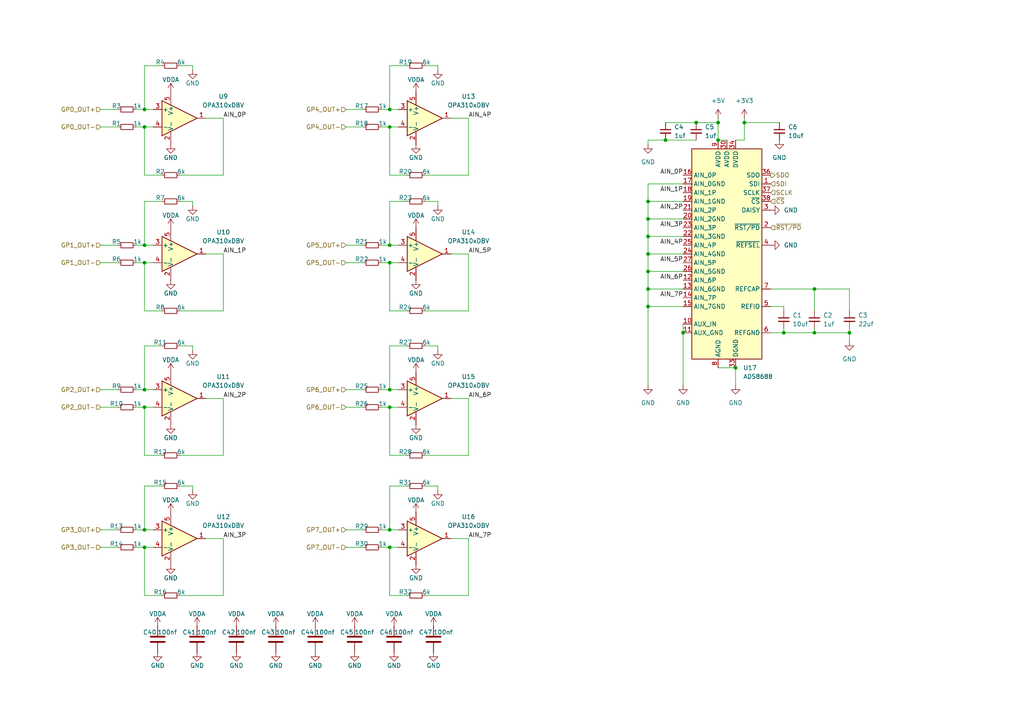
<source format=kicad_sch>
(kicad_sch (version 20231120) (generator "eeschema") (generator_version "8.0")
  (paper "A4")
  (lib_symbols
    (symbol "Amplifier_Operational:OPA310xDBV" (pin_names (offset 0.127))
      (property "Reference" "U" (at 0 5.08 0))
      (property "Value" "OPA310xDBV" (at 0 -5.08 0))
      (symbol "OPA310xDBV_0_1"
        (polyline (pts (xy -5.08 5.08) (xy 5.08 0) (xy -5.08 -5.08) (xy -5.08 5.08)) (stroke (width 0.254)) (fill (type background)))
        (pin power_in line (at -2.54 -7.62 90) (length 3.81) (name "V-") (number "2"))
        (pin power_in line (at -2.54 7.62 270) (length 3.81) (name "V+") (number "5"))
      )
      (symbol "OPA310xDBV_1_1"
        (pin output line (at 7.62 0 180) (length 2.54) (name "~") (number "1"))
        (pin input line (at -7.62 2.54 0) (length 2.54) (name "+") (number "3"))
        (pin input line (at -7.62 -2.54 0) (length 2.54) (name "-") (number "4"))
      )
    )
    (symbol "Analog_ADC:ADS8688"
      (property "Reference" "U" (at -8.89 31.75 0))
      (property "Value" "ADS8688" (at 8.89 31.75 0))
      (symbol "ADS8688_0_1"
        (rectangle (start -10.16 30.48) (end 10.16 -30.48) (stroke (width 0.254)) (fill (type background)))
      )
      (symbol "ADS8688_1_1"
        (pin input line (at 12.7 20.32 180) (length 2.54) (name "SDI") (number "1"))
        (pin input line (at -12.7 -20.32 0) (length 2.54) (name "AUX_IN") (number "10"))
        (pin input line (at -12.7 -22.86 0) (length 2.54) (name "AUX_GND") (number "11"))
        (pin input line (at -12.7 -7.62 0) (length 2.54) (name "AIN_6P") (number "12"))
        (pin input line (at -12.7 -10.16 0) (length 2.54) (name "AIN_6GND") (number "13"))
        (pin input line (at -12.7 -12.7 0) (length 2.54) (name "AIN_7P") (number "14"))
        (pin input line (at -12.7 -15.24 0) (length 2.54) (name "AIN_7GND") (number "15"))
        (pin input line (at -12.7 22.86 0) (length 2.54) (name "AIN_0P") (number "16"))
        (pin input line (at -12.7 20.32 0) (length 2.54) (name "AIN_0GND") (number "17"))
        (pin input line (at -12.7 17.78 0) (length 2.54) (name "AIN_1P") (number "18"))
        (pin input line (at -12.7 15.24 0) (length 2.54) (name "AIN_1GND") (number "19"))
        (pin input line (at 12.7 7.62 180) (length 2.54) (name "~{RST/PD}") (number "2"))
        (pin input line (at -12.7 10.16 0) (length 2.54) (name "AIN_2GND") (number "20"))
        (pin input line (at -12.7 12.7 0) (length 2.54) (name "AIN_2P") (number "21"))
        (pin input line (at -12.7 5.08 0) (length 2.54) (name "AIN_3GND") (number "22"))
        (pin input line (at -12.7 7.62 0) (length 2.54) (name "AIN_3P") (number "23"))
        (pin input line (at -12.7 0 0) (length 2.54) (name "AIN_4GND") (number "24"))
        (pin input line (at -12.7 2.54 0) (length 2.54) (name "AIN_4P") (number "25"))
        (pin input line (at -12.7 -5.08 0) (length 2.54) (name "AIN_5GND") (number "26"))
        (pin input line (at -12.7 -2.54 0) (length 2.54) (name "AIN_5P") (number "27"))
        (pin passive line (at -2.54 -33.02 90) (length 2.54) hide (name "AGND") (number "28"))
        (pin passive line (at -2.54 -33.02 90) (length 2.54) hide (name "AGND") (number "29"))
        (pin input line (at 12.7 12.7 180) (length 2.54) (name "DAISY") (number "3"))
        (pin power_in line (at 0 33.02 270) (length 2.54) (name "AVDD") (number "30"))
        (pin passive line (at -2.54 -33.02 90) (length 2.54) hide (name "AGND") (number "31"))
        (pin passive line (at -2.54 -33.02 90) (length 2.54) hide (name "AGND") (number "32"))
        (pin power_in line (at 2.54 -33.02 90) (length 2.54) (name "DGND") (number "33"))
        (pin power_in line (at 2.54 33.02 270) (length 2.54) (name "DVDD") (number "34"))
        (pin no_connect line (at 10.16 -5.08 180) (length 2.54) hide (name "DNC") (number "35"))
        (pin output line (at 12.7 22.86 180) (length 2.54) (name "SDO") (number "36"))
        (pin input line (at 12.7 17.78 180) (length 2.54) (name "SCLK") (number "37"))
        (pin input line (at 12.7 15.24 180) (length 2.54) (name "~{CS}") (number "38"))
        (pin input line (at 12.7 2.54 180) (length 2.54) (name "~{REFSEL}") (number "4"))
        (pin passive line (at 12.7 -15.24 180) (length 2.54) (name "REFIO") (number "5"))
        (pin power_in line (at 12.7 -22.86 180) (length 2.54) (name "REFGND") (number "6"))
        (pin passive line (at 12.7 -10.16 180) (length 2.54) (name "REFCAP") (number "7"))
        (pin power_in line (at -2.54 -33.02 90) (length 2.54) (name "AGND") (number "8"))
        (pin power_in line (at -2.54 33.02 270) (length 2.54) (name "AVDD") (number "9"))
      )
    )
    (symbol "Device:C" (pin_numbers hide) (pin_names (offset 0.254))
      (property "Reference" "C" (at 0.635 2.54 0))
      (property "Value" "C" (at 0.635 -2.54 0))
      (symbol "C_0_1"
        (polyline (pts (xy -2.032 -0.762) (xy 2.032 -0.762)) (stroke (width 0.508)))
        (polyline (pts (xy -2.032 0.762) (xy 2.032 0.762)) (stroke (width 0.508)))
      )
      (symbol "C_1_1"
        (pin passive line (at 0 3.81 270) (length 2.794) (name "~") (number "1"))
        (pin passive line (at 0 -3.81 90) (length 2.794) (name "~") (number "2"))
      )
    )
    (symbol "Device:C_Small" (pin_numbers hide) (pin_names (offset 0.254) hide)
      (property "Reference" "C" (at 0.254 1.778 0))
      (property "Value" "C_Small" (at 0.254 -2.032 0))
      (symbol "C_Small_0_1"
        (polyline (pts (xy -1.524 -0.508) (xy 1.524 -0.508)) (stroke (width 0.3302)))
        (polyline (pts (xy -1.524 0.508) (xy 1.524 0.508)) (stroke (width 0.3048)))
      )
      (symbol "C_Small_1_1"
        (pin passive line (at 0 2.54 270) (length 2.032) (name "~") (number "1"))
        (pin passive line (at 0 -2.54 90) (length 2.032) (name "~") (number "2"))
      )
    )
    (symbol "Device:R_Small" (pin_numbers hide) (pin_names (offset 0.254) hide)
      (property "Reference" "R" (at 0.762 0.508 0))
      (property "Value" "R_Small" (at 0.762 -1.016 0))
      (symbol "R_Small_0_1"
        (rectangle (start -0.762 1.778) (end 0.762 -1.778) (stroke (width 0.2032)))
      )
      (symbol "R_Small_1_1"
        (pin passive line (at 0 2.54 270) (length 0.762) (name "~") (number "1"))
        (pin passive line (at 0 -2.54 90) (length 0.762) (name "~") (number "2"))
      )
    )
    (symbol "power:+3V3" (power) (pin_numbers hide) (pin_names (offset 0) hide)
      (property "Value" "+3V3" (at 0 3.556 0))
      (symbol "+3V3_0_1"
        (polyline (pts (xy -0.762 1.27) (xy 0 2.54)))
        (polyline (pts (xy 0 0) (xy 0 2.54)))
        (polyline (pts (xy 0 2.54) (xy 0.762 1.27)))
      )
      (symbol "+3V3_1_1"
        (pin power_in line (at 0 0 90) (length 0) (name "~") (number "1"))
      )
    )
    (symbol "power:+5V" (power) (pin_numbers hide) (pin_names (offset 0) hide)
      (property "Value" "+5V" (at 0 3.556 0))
      (symbol "+5V_0_1"
        (polyline (pts (xy -0.762 1.27) (xy 0 2.54)))
        (polyline (pts (xy 0 0) (xy 0 2.54)))
        (polyline (pts (xy 0 2.54) (xy 0.762 1.27)))
      )
      (symbol "+5V_1_1"
        (pin power_in line (at 0 0 90) (length 0) (name "~") (number "1"))
      )
    )
    (symbol "power:GND" (power) (pin_numbers hide) (pin_names (offset 0) hide)
      (property "Value" "GND" (at 0 -3.81 0))
      (symbol "GND_0_1"
        (polyline (pts (xy 0 0) (xy 0 -1.27) (xy 1.27 -1.27) (xy 0 -2.54) (xy -1.27 -1.27) (xy 0 -1.27)))
      )
      (symbol "GND_1_1"
        (pin power_in line (at 0 0 270) (length 0) (name "~") (number "1"))
      )
    )
    (symbol "power:VDDA" (power) (pin_numbers hide) (pin_names (offset 0) hide)
      (property "Value" "VDDA" (at 0 3.556 0))
      (symbol "VDDA_0_1"
        (polyline (pts (xy -0.762 1.27) (xy 0 2.54)))
        (polyline (pts (xy 0 0) (xy 0 2.54)))
        (polyline (pts (xy 0 2.54) (xy 0.762 1.27)))
      )
      (symbol "VDDA_1_1"
        (pin power_in line (at 0 0 90) (length 0) (name "~") (number "1"))
      )
    )
  )
  (junction (at 215.9 35.56))
  (junction (at 187.96 88.9))
  (junction (at 113.03 118.11))
  (junction (at 113.03 76.2))
  (junction (at 208.28 35.56))
  (junction (at 113.03 153.67))
  (junction (at 213.36 106.68))
  (junction (at 187.96 63.5))
  (junction (at 41.91 76.2))
  (junction (at 236.22 96.52))
  (junction (at 187.96 83.82))
  (junction (at 41.91 31.75))
  (junction (at 246.38 96.52))
  (junction (at 113.03 31.75))
  (junction (at 41.91 118.11))
  (junction (at 208.28 40.64))
  (junction (at 113.03 158.75))
  (junction (at 113.03 113.03))
  (junction (at 113.03 36.83))
  (junction (at 187.96 68.58))
  (junction (at 187.96 73.66))
  (junction (at 236.22 83.82))
  (junction (at 193.04 40.64))
  (junction (at 41.91 71.12))
  (junction (at 113.03 71.12))
  (junction (at 227.33 96.52))
  (junction (at 41.91 153.67))
  (junction (at 41.91 158.75))
  (junction (at 198.12 96.52))
  (junction (at 41.91 36.83))
  (junction (at 187.96 78.74))
  (junction (at 41.91 113.03))
  (junction (at 187.96 58.42))
  (junction (at 201.93 35.56))
  (wire (pts (xy 198.12 88.9) (xy 187.96 88.9)))
  (wire (pts (xy 59.69 115.57) (xy 64.77 115.57)))
  (wire (pts (xy 64.77 73.66) (xy 64.77 90.17)))
  (wire (pts (xy 135.89 73.66) (xy 135.89 90.17)))
  (wire (pts (xy 100.33 153.67) (xy 105.41 153.67)))
  (wire (pts (xy 113.03 132.08) (xy 113.03 118.11)))
  (wire (pts (xy 113.03 19.05) (xy 113.03 31.75)))
  (wire (pts (xy 64.77 34.29) (xy 64.77 50.8)))
  (wire (pts (xy 64.77 90.17) (xy 52.07 90.17)))
  (wire (pts (xy 193.04 40.64) (xy 187.96 40.64)))
  (wire (pts (xy 118.11 100.33) (xy 113.03 100.33)))
  (wire (pts (xy 201.93 40.64) (xy 193.04 40.64)))
  (wire (pts (xy 41.91 113.03) (xy 44.45 113.03)))
  (wire (pts (xy 55.88 58.42) (xy 55.88 59.69)))
  (wire (pts (xy 193.04 35.56) (xy 201.93 35.56)))
  (wire (pts (xy 118.11 140.97) (xy 113.03 140.97)))
  (wire (pts (xy 198.12 93.98) (xy 198.12 96.52)))
  (wire (pts (xy 39.37 158.75) (xy 41.91 158.75)))
  (wire (pts (xy 187.96 88.9) (xy 187.96 111.76)))
  (wire (pts (xy 130.81 156.21) (xy 135.89 156.21)))
  (wire (pts (xy 118.11 58.42) (xy 113.03 58.42)))
  (wire (pts (xy 110.49 118.11) (xy 113.03 118.11)))
  (wire (pts (xy 127 58.42) (xy 127 59.69)))
  (wire (pts (xy 187.96 73.66) (xy 187.96 78.74)))
  (wire (pts (xy 223.52 83.82) (xy 236.22 83.82)))
  (wire (pts (xy 113.03 100.33) (xy 113.03 113.03)))
  (wire (pts (xy 215.9 35.56) (xy 215.9 40.64)))
  (wire (pts (xy 118.11 90.17) (xy 113.03 90.17)))
  (wire (pts (xy 118.11 50.8) (xy 113.03 50.8)))
  (wire (pts (xy 208.28 34.29) (xy 208.28 35.56)))
  (wire (pts (xy 187.96 58.42) (xy 187.96 63.5)))
  (wire (pts (xy 41.91 132.08) (xy 41.91 118.11)))
  (wire (pts (xy 29.21 153.67) (xy 34.29 153.67)))
  (wire (pts (xy 46.99 90.17) (xy 41.91 90.17)))
  (wire (pts (xy 246.38 96.52) (xy 236.22 96.52)))
  (wire (pts (xy 198.12 83.82) (xy 187.96 83.82)))
  (wire (pts (xy 64.77 132.08) (xy 52.07 132.08)))
  (wire (pts (xy 100.33 158.75) (xy 105.41 158.75)))
  (wire (pts (xy 135.89 115.57) (xy 135.89 132.08)))
  (wire (pts (xy 213.36 106.68) (xy 213.36 111.76)))
  (wire (pts (xy 223.52 88.9) (xy 227.33 88.9)))
  (wire (pts (xy 236.22 83.82) (xy 236.22 90.17)))
  (wire (pts (xy 187.96 40.64) (xy 187.96 41.91)))
  (wire (pts (xy 39.37 153.67) (xy 41.91 153.67)))
  (wire (pts (xy 46.99 140.97) (xy 41.91 140.97)))
  (wire (pts (xy 215.9 40.64) (xy 213.36 40.64)))
  (wire (pts (xy 100.33 31.75) (xy 105.41 31.75)))
  (wire (pts (xy 59.69 73.66) (xy 64.77 73.66)))
  (wire (pts (xy 46.99 19.05) (xy 41.91 19.05)))
  (wire (pts (xy 64.77 50.8) (xy 52.07 50.8)))
  (wire (pts (xy 198.12 78.74) (xy 187.96 78.74)))
  (wire (pts (xy 29.21 118.11) (xy 34.29 118.11)))
  (wire (pts (xy 113.03 113.03) (xy 115.57 113.03)))
  (wire (pts (xy 41.91 158.75) (xy 44.45 158.75)))
  (wire (pts (xy 41.91 50.8) (xy 41.91 36.83)))
  (wire (pts (xy 198.12 68.58) (xy 187.96 68.58)))
  (wire (pts (xy 113.03 71.12) (xy 115.57 71.12)))
  (wire (pts (xy 110.49 113.03) (xy 113.03 113.03)))
  (wire (pts (xy 41.91 71.12) (xy 44.45 71.12)))
  (wire (pts (xy 39.37 113.03) (xy 41.91 113.03)))
  (wire (pts (xy 118.11 132.08) (xy 113.03 132.08)))
  (wire (pts (xy 113.03 76.2) (xy 115.57 76.2)))
  (wire (pts (xy 135.89 172.72) (xy 123.19 172.72)))
  (wire (pts (xy 227.33 88.9) (xy 227.33 90.17)))
  (wire (pts (xy 59.69 156.21) (xy 64.77 156.21)))
  (wire (pts (xy 187.96 53.34) (xy 187.96 58.42)))
  (wire (pts (xy 100.33 71.12) (xy 105.41 71.12)))
  (wire (pts (xy 113.03 58.42) (xy 113.03 71.12)))
  (wire (pts (xy 46.99 132.08) (xy 41.91 132.08)))
  (wire (pts (xy 198.12 53.34) (xy 187.96 53.34)))
  (wire (pts (xy 46.99 100.33) (xy 41.91 100.33)))
  (wire (pts (xy 52.07 58.42) (xy 55.88 58.42)))
  (wire (pts (xy 41.91 31.75) (xy 44.45 31.75)))
  (wire (pts (xy 135.89 90.17) (xy 123.19 90.17)))
  (wire (pts (xy 113.03 31.75) (xy 115.57 31.75)))
  (wire (pts (xy 39.37 71.12) (xy 41.91 71.12)))
  (wire (pts (xy 29.21 76.2) (xy 34.29 76.2)))
  (wire (pts (xy 113.03 118.11) (xy 115.57 118.11)))
  (wire (pts (xy 52.07 19.05) (xy 55.88 19.05)))
  (wire (pts (xy 41.91 100.33) (xy 41.91 113.03)))
  (wire (pts (xy 64.77 115.57) (xy 64.77 132.08)))
  (wire (pts (xy 246.38 96.52) (xy 246.38 99.06)))
  (wire (pts (xy 59.69 34.29) (xy 64.77 34.29)))
  (wire (pts (xy 55.88 19.05) (xy 55.88 20.32)))
  (wire (pts (xy 198.12 58.42) (xy 187.96 58.42)))
  (wire (pts (xy 246.38 90.17) (xy 246.38 83.82)))
  (wire (pts (xy 110.49 76.2) (xy 113.03 76.2)))
  (wire (pts (xy 227.33 95.25) (xy 227.33 96.52)))
  (wire (pts (xy 198.12 63.5) (xy 187.96 63.5)))
  (wire (pts (xy 113.03 90.17) (xy 113.03 76.2)))
  (wire (pts (xy 64.77 156.21) (xy 64.77 172.72)))
  (wire (pts (xy 113.03 153.67) (xy 115.57 153.67)))
  (wire (pts (xy 118.11 172.72) (xy 113.03 172.72)))
  (wire (pts (xy 29.21 31.75) (xy 34.29 31.75)))
  (wire (pts (xy 208.28 40.64) (xy 210.82 40.64)))
  (wire (pts (xy 46.99 50.8) (xy 41.91 50.8)))
  (wire (pts (xy 123.19 58.42) (xy 127 58.42)))
  (wire (pts (xy 29.21 113.03) (xy 34.29 113.03)))
  (wire (pts (xy 52.07 140.97) (xy 55.88 140.97)))
  (wire (pts (xy 110.49 158.75) (xy 113.03 158.75)))
  (wire (pts (xy 135.89 34.29) (xy 135.89 50.8)))
  (wire (pts (xy 41.91 36.83) (xy 44.45 36.83)))
  (wire (pts (xy 227.33 96.52) (xy 223.52 96.52)))
  (wire (pts (xy 39.37 31.75) (xy 41.91 31.75)))
  (wire (pts (xy 100.33 113.03) (xy 105.41 113.03)))
  (wire (pts (xy 41.91 58.42) (xy 41.91 71.12)))
  (wire (pts (xy 198.12 96.52) (xy 198.12 111.76)))
  (wire (pts (xy 41.91 172.72) (xy 41.91 158.75)))
  (wire (pts (xy 113.03 140.97) (xy 113.03 153.67)))
  (wire (pts (xy 39.37 36.83) (xy 41.91 36.83)))
  (wire (pts (xy 110.49 31.75) (xy 113.03 31.75)))
  (wire (pts (xy 127 100.33) (xy 127 101.6)))
  (wire (pts (xy 201.93 35.56) (xy 208.28 35.56)))
  (wire (pts (xy 46.99 58.42) (xy 41.91 58.42)))
  (wire (pts (xy 130.81 73.66) (xy 135.89 73.66)))
  (wire (pts (xy 187.96 83.82) (xy 187.96 88.9)))
  (wire (pts (xy 215.9 35.56) (xy 226.06 35.56)))
  (wire (pts (xy 246.38 95.25) (xy 246.38 96.52)))
  (wire (pts (xy 52.07 100.33) (xy 55.88 100.33)))
  (wire (pts (xy 130.81 34.29) (xy 135.89 34.29)))
  (wire (pts (xy 123.19 19.05) (xy 127 19.05)))
  (wire (pts (xy 215.9 34.29) (xy 215.9 35.56)))
  (wire (pts (xy 110.49 71.12) (xy 113.03 71.12)))
  (wire (pts (xy 113.03 50.8) (xy 113.03 36.83)))
  (wire (pts (xy 100.33 36.83) (xy 105.41 36.83)))
  (wire (pts (xy 246.38 83.82) (xy 236.22 83.82)))
  (wire (pts (xy 41.91 153.67) (xy 44.45 153.67)))
  (wire (pts (xy 113.03 36.83) (xy 115.57 36.83)))
  (wire (pts (xy 41.91 19.05) (xy 41.91 31.75)))
  (wire (pts (xy 41.91 118.11) (xy 44.45 118.11)))
  (wire (pts (xy 46.99 172.72) (xy 41.91 172.72)))
  (wire (pts (xy 41.91 76.2) (xy 44.45 76.2)))
  (wire (pts (xy 29.21 36.83) (xy 34.29 36.83)))
  (wire (pts (xy 130.81 115.57) (xy 135.89 115.57)))
  (wire (pts (xy 29.21 71.12) (xy 34.29 71.12)))
  (wire (pts (xy 113.03 172.72) (xy 113.03 158.75)))
  (wire (pts (xy 135.89 132.08) (xy 123.19 132.08)))
  (wire (pts (xy 110.49 36.83) (xy 113.03 36.83)))
  (wire (pts (xy 187.96 63.5) (xy 187.96 68.58)))
  (wire (pts (xy 64.77 172.72) (xy 52.07 172.72)))
  (wire (pts (xy 110.49 153.67) (xy 113.03 153.67)))
  (wire (pts (xy 41.91 140.97) (xy 41.91 153.67)))
  (wire (pts (xy 123.19 140.97) (xy 127 140.97)))
  (wire (pts (xy 236.22 96.52) (xy 227.33 96.52)))
  (wire (pts (xy 55.88 100.33) (xy 55.88 101.6)))
  (wire (pts (xy 29.21 158.75) (xy 34.29 158.75)))
  (wire (pts (xy 118.11 19.05) (xy 113.03 19.05)))
  (wire (pts (xy 127 140.97) (xy 127 142.24)))
  (wire (pts (xy 187.96 78.74) (xy 187.96 83.82)))
  (wire (pts (xy 135.89 156.21) (xy 135.89 172.72)))
  (wire (pts (xy 208.28 106.68) (xy 213.36 106.68)))
  (wire (pts (xy 39.37 118.11) (xy 41.91 118.11)))
  (wire (pts (xy 187.96 68.58) (xy 187.96 73.66)))
  (wire (pts (xy 39.37 76.2) (xy 41.91 76.2)))
  (wire (pts (xy 236.22 95.25) (xy 236.22 96.52)))
  (wire (pts (xy 100.33 76.2) (xy 105.41 76.2)))
  (wire (pts (xy 100.33 118.11) (xy 105.41 118.11)))
  (wire (pts (xy 135.89 50.8) (xy 123.19 50.8)))
  (wire (pts (xy 127 19.05) (xy 127 20.32)))
  (wire (pts (xy 198.12 73.66) (xy 187.96 73.66)))
  (wire (pts (xy 208.28 35.56) (xy 208.28 40.64)))
  (wire (pts (xy 113.03 158.75) (xy 115.57 158.75)))
  (wire (pts (xy 123.19 100.33) (xy 127 100.33)))
  (wire (pts (xy 55.88 140.97) (xy 55.88 142.24)))
  (wire (pts (xy 41.91 90.17) (xy 41.91 76.2)))
  (label "AIN_0P" (at 198.12 50.8 180))
  (label "AIN_3P" (at 64.77 156.21 0))
  (label "AIN_1P" (at 198.12 55.88 180))
  (label "AIN_3P" (at 198.12 66.04 180))
  (label "AIN_4P" (at 135.89 34.29 0))
  (label "AIN_5P" (at 135.89 73.66 0))
  (label "AIN_6P" (at 198.12 81.28 180))
  (label "AIN_0P" (at 64.77 34.29 0))
  (label "AIN_2P" (at 64.77 115.57 0))
  (label "AIN_7P" (at 198.12 86.36 180))
  (label "AIN_4P" (at 198.12 71.12 180))
  (label "AIN_6P" (at 135.89 115.57 0))
  (label "AIN_5P" (at 198.12 76.2 180))
  (label "AIN_1P" (at 64.77 73.66 0))
  (label "AIN_7P" (at 135.89 156.21 0))
  (label "AIN_2P" (at 198.12 60.96 180))
  (hierarchical_label "GP6_OUT+" (shape input) (at 100.33 113.03 180))
  (hierarchical_label "GP1_OUT+" (shape input) (at 29.21 71.12 180))
  (hierarchical_label "GP5_OUT+" (shape input) (at 100.33 71.12 180))
  (hierarchical_label "GP3_OUT-" (shape input) (at 29.21 158.75 180))
  (hierarchical_label "GP3_OUT+" (shape input) (at 29.21 153.67 180))
  (hierarchical_label "~{RST/PD}" (shape input) (at 223.52 66.04 0))
  (hierarchical_label "GP2_OUT+" (shape input) (at 29.21 113.03 180))
  (hierarchical_label "SCLK" (shape input) (at 223.52 55.88 0))
  (hierarchical_label "GP7_OUT-" (shape input) (at 100.33 158.75 180))
  (hierarchical_label "SDI" (shape input) (at 223.52 53.34 0))
  (hierarchical_label "SDO" (shape output) (at 223.52 50.8 0))
  (hierarchical_label "GP1_OUT-" (shape input) (at 29.21 76.2 180))
  (hierarchical_label "GP6_OUT-" (shape input) (at 100.33 118.11 180))
  (hierarchical_label "~{CS}" (shape input) (at 223.52 58.42 0))
  (hierarchical_label "GP4_OUT+" (shape input) (at 100.33 31.75 180))
  (hierarchical_label "GP7_OUT+" (shape input) (at 100.33 153.67 180))
  (hierarchical_label "GP0_OUT+" (shape input) (at 29.21 31.75 180))
  (hierarchical_label "GP4_OUT-" (shape input) (at 100.33 36.83 180))
  (hierarchical_label "GP2_OUT-" (shape input) (at 29.21 118.11 180))
  (hierarchical_label "GP0_OUT-" (shape input) (at 29.21 36.83 180))
  (hierarchical_label "GP5_OUT-" (shape input) (at 100.33 76.2 180))
  (symbol (lib_id "Device:R_Small") (at 36.83 71.12 90) (unit 1)
    (property "Reference" "R5" (at 33.782 70.104 90))
    (property "Value" "1k" (at 39.878 70.104 90))
    (property "Description" "Resistor, small symbol" (effects (hide yes)))
  )
  (symbol (lib_id "power:GND") (at 120.65 123.19 0) (unit 1)
    (property "Reference" "#PWR0155" (effects (hide yes)))
    (property "Value" "GND" (at 120.65 127 0))
    (property "Description" "Power symbol creates a global label with name \"GND\" , ground" (effects (hide yes)))
  )
  (symbol (lib_id "Device:R_Small") (at 36.83 118.11 90) (unit 1)
    (property "Reference" "R10" (at 33.782 117.094 90))
    (property "Value" "1k" (at 39.878 117.094 90))
    (property "Description" "Resistor, small symbol" (effects (hide yes)))
  )
  (symbol (lib_id "Analog_ADC:ADS8688") (at 210.82 73.66 0) (unit 1)
    (property "Reference" "U17" (at 215.5541 106.68 0) (effects (justify left)))
    (property "Value" "ADS8688" (at 215.5541 109.22 0) (effects (justify left)))
    (property "Footprint" "Package_SO:TSSOP-38_4.4x9.7mm_P0.5mm" (effects (hide yes)))
    (property "Datasheet" "http://www.ti.com/lit/ds/symlink/ads8688.pdf" (effects (hide yes)))
    (property "Description" "16-Bit, 500-kSPS, 8-Channels, Single-Supply, SAR ADC with Bipolar Input Range, TSSOP-38" (effects (hide yes)))
  )
  (symbol (lib_id "Device:R_Small") (at 49.53 140.97 90) (unit 1)
    (property "Reference" "R15" (at 46.482 139.954 90))
    (property "Value" "6k" (at 52.578 139.954 90))
    (property "Description" "Resistor, small symbol" (effects (hide yes)))
  )
  (symbol (lib_id "power:VDDA") (at 49.53 26.67 0) (unit 1)
    (property "Reference" "#PWR0137" (effects (hide yes)))
    (property "Value" "VDDA" (at 49.53 23.114 0))
    (property "Description" "Power symbol creates a global label with name \"VDDA\"" (effects (hide yes)))
  )
  (symbol (lib_id "Device:R_Small") (at 120.65 140.97 90) (unit 1)
    (property "Reference" "R31" (at 117.602 139.954 90))
    (property "Value" "6k" (at 123.698 139.954 90))
    (property "Description" "Resistor, small symbol" (effects (hide yes)))
  )
  (symbol (lib_id "power:VDDA") (at 49.53 148.59 0) (unit 1)
    (property "Reference" "#PWR0145" (effects (hide yes)))
    (property "Value" "VDDA" (at 49.53 145.034 0))
    (property "Description" "Power symbol creates a global label with name \"VDDA\"" (effects (hide yes)))
  )
  (symbol (lib_id "power:GND") (at 246.38 99.06 0) (unit 1)
    (property "Reference" "#PWR0164" (effects (hide yes)))
    (property "Value" "GND" (at 246.38 104.14 0))
    (property "Description" "Power symbol creates a global label with name \"GND\" , ground" (effects (hide yes)))
  )
  (symbol (lib_id "Device:C") (at 125.73 185.42 180) (unit 1)
    (property "Reference" "C47" (at 123.444 183.388 0))
    (property "Value" "100nf" (at 128.524 183.388 0))
    (property "Footprint" "Capacitor_SMD:C_0402_1005Metric" (effects (hide yes)))
    (property "Description" "Unpolarized capacitor" (effects (hide yes)))
  )
  (symbol (lib_id "Amplifier_Operational:OPA310xDBV") (at 123.19 34.29 0) (unit 1)
    (property "Reference" "U13" (at 135.89 27.9714 0))
    (property "Value" "OPA310xDBV" (at 135.89 30.5114 0))
    (property "Footprint" "Package_TO_SOT_SMD:SOT-23-5" (effects (hide yes)))
    (property "Datasheet" "https://www.ti.com/lit/ds/symlink/opa2310.pdf" (effects (hide yes)))
    (property "Description" "High output current, Rail-to-Rail Input/Output, 3MHz GBW, Operational Amplifiers, integrated RFI/EMI filter, 1.5V to 5.5V supply, SOT-23-5" (effects (hide yes)))
  )
  (symbol (lib_id "Amplifier_Operational:OPA310xDBV") (at 52.07 73.66 0) (unit 1)
    (property "Reference" "U10" (at 64.77 67.3414 0))
    (property "Value" "OPA310xDBV" (at 64.77 69.8814 0))
    (property "Footprint" "Package_TO_SOT_SMD:SOT-23-5" (effects (hide yes)))
    (property "Datasheet" "https://www.ti.com/lit/ds/symlink/opa2310.pdf" (effects (hide yes)))
    (property "Description" "High output current, Rail-to-Rail Input/Output, 3MHz GBW, Operational Amplifiers, integrated RFI/EMI filter, 1.5V to 5.5V supply, SOT-23-5" (effects (hide yes)))
  )
  (symbol (lib_id "Device:C") (at 102.87 185.42 180) (unit 1)
    (property "Reference" "C45" (at 100.584 183.388 0))
    (property "Value" "100nf" (at 105.664 183.388 0))
    (property "Footprint" "Capacitor_SMD:C_0402_1005Metric" (effects (hide yes)))
    (property "Description" "Unpolarized capacitor" (effects (hide yes)))
  )
  (symbol (lib_id "power:VDDA") (at 120.65 26.67 0) (unit 1)
    (property "Reference" "#PWR0148" (effects (hide yes)))
    (property "Value" "VDDA" (at 120.65 23.114 0))
    (property "Description" "Power symbol creates a global label with name \"VDDA\"" (effects (hide yes)))
  )
  (symbol (lib_id "power:GND") (at 223.52 60.96 90) (unit 1)
    (property "Reference" "#PWR0167" (effects (hide yes)))
    (property "Value" "GND" (at 227.33 60.9599 90) (effects (justify right)))
    (property "Description" "Power symbol creates a global label with name \"GND\" , ground" (effects (hide yes)))
  )
  (symbol (lib_id "power:VDDA") (at 68.58 181.61 0) (unit 1)
    (property "Reference" "#PWR0223" (effects (hide yes)))
    (property "Value" "VDDA" (at 68.58 178.054 0))
    (property "Description" "Power symbol creates a global label with name \"VDDA\"" (effects (hide yes)))
  )
  (symbol (lib_id "power:+5V") (at 208.28 34.29 0) (unit 1)
    (property "Reference" "#PWR0160" (effects (hide yes)))
    (property "Value" "+5V" (at 208.28 29.21 0))
    (property "Description" "Power symbol creates a global label with name \"+5V\"" (effects (hide yes)))
  )
  (symbol (lib_id "Amplifier_Operational:OPA310xDBV") (at 123.19 156.21 0) (unit 1)
    (property "Reference" "U16" (at 135.89 149.8914 0))
    (property "Value" "OPA310xDBV" (at 135.89 152.4314 0))
    (property "Footprint" "Package_TO_SOT_SMD:SOT-23-5" (effects (hide yes)))
    (property "Datasheet" "https://www.ti.com/lit/ds/symlink/opa2310.pdf" (effects (hide yes)))
    (property "Description" "High output current, Rail-to-Rail Input/Output, 3MHz GBW, Operational Amplifiers, integrated RFI/EMI filter, 1.5V to 5.5V supply, SOT-23-5" (effects (hide yes)))
  )
  (symbol (lib_id "Device:C_Small") (at 246.38 92.71 0) (unit 1)
    (property "Reference" "C3" (at 248.92 91.4462 0) (effects (justify left)))
    (property "Value" "22uf" (at 248.92 93.9862 0) (effects (justify left)))
    (property "Description" "Unpolarized capacitor, small symbol" (effects (hide yes)))
  )
  (symbol (lib_id "Device:R_Small") (at 36.83 113.03 90) (unit 1)
    (property "Reference" "R9" (at 33.782 112.014 90))
    (property "Value" "1k" (at 39.878 112.014 90))
    (property "Description" "Resistor, small symbol" (effects (hide yes)))
  )
  (symbol (lib_id "Amplifier_Operational:OPA310xDBV") (at 52.07 34.29 0) (unit 1)
    (property "Reference" "U9" (at 64.77 27.9714 0))
    (property "Value" "OPA310xDBV" (at 64.77 30.5114 0))
    (property "Footprint" "Package_TO_SOT_SMD:SOT-23-5" (effects (hide yes)))
    (property "Datasheet" "https://www.ti.com/lit/ds/symlink/opa2310.pdf" (effects (hide yes)))
    (property "Description" "High output current, Rail-to-Rail Input/Output, 3MHz GBW, Operational Amplifiers, integrated RFI/EMI filter, 1.5V to 5.5V supply, SOT-23-5" (effects (hide yes)))
  )
  (symbol (lib_id "power:GND") (at 213.36 111.76 0) (unit 1)
    (property "Reference" "#PWR0163" (effects (hide yes)))
    (property "Value" "GND" (at 213.36 116.84 0))
    (property "Description" "Power symbol creates a global label with name \"GND\" , ground" (effects (hide yes)))
  )
  (symbol (lib_id "power:GND") (at 80.01 189.23 0) (unit 1)
    (property "Reference" "#PWR0226" (effects (hide yes)))
    (property "Value" "GND" (at 80.01 193.04 0))
    (property "Description" "Power symbol creates a global label with name \"GND\" , ground" (effects (hide yes)))
  )
  (symbol (lib_id "power:GND") (at 114.3 189.23 0) (unit 1)
    (property "Reference" "#PWR0232" (effects (hide yes)))
    (property "Value" "GND" (at 114.3 193.04 0))
    (property "Description" "Power symbol creates a global label with name \"GND\" , ground" (effects (hide yes)))
  )
  (symbol (lib_id "Device:R_Small") (at 49.53 132.08 90) (unit 1)
    (property "Reference" "R12" (at 46.482 131.064 90))
    (property "Value" "6k" (at 52.578 131.064 90))
    (property "Description" "Resistor, small symbol" (effects (hide yes)))
  )
  (symbol (lib_id "power:GND") (at 49.53 81.28 0) (unit 1)
    (property "Reference" "#PWR0140" (effects (hide yes)))
    (property "Value" "GND" (at 49.53 85.09 0))
    (property "Description" "Power symbol creates a global label with name \"GND\" , ground" (effects (hide yes)))
  )
  (symbol (lib_id "Amplifier_Operational:OPA310xDBV") (at 123.19 73.66 0) (unit 1)
    (property "Reference" "U14" (at 135.89 67.3414 0))
    (property "Value" "OPA310xDBV" (at 135.89 69.8814 0))
    (property "Footprint" "Package_TO_SOT_SMD:SOT-23-5" (effects (hide yes)))
    (property "Datasheet" "https://www.ti.com/lit/ds/symlink/opa2310.pdf" (effects (hide yes)))
    (property "Description" "High output current, Rail-to-Rail Input/Output, 3MHz GBW, Operational Amplifiers, integrated RFI/EMI filter, 1.5V to 5.5V supply, SOT-23-5" (effects (hide yes)))
  )
  (symbol (lib_id "Device:R_Small") (at 49.53 100.33 90) (unit 1)
    (property "Reference" "R11" (at 46.482 99.314 90))
    (property "Value" "6k" (at 52.578 99.314 90))
    (property "Description" "Resistor, small symbol" (effects (hide yes)))
  )
  (symbol (lib_id "Device:C_Small") (at 193.04 38.1 0) (unit 1)
    (property "Reference" "C4" (at 195.58 36.8362 0) (effects (justify left)))
    (property "Value" "1uf" (at 195.58 39.3762 0) (effects (justify left)))
    (property "Description" "Unpolarized capacitor, small symbol" (effects (hide yes)))
  )
  (symbol (lib_id "Device:R_Small") (at 36.83 76.2 90) (unit 1)
    (property "Reference" "R6" (at 33.782 75.184 90))
    (property "Value" "1k" (at 39.878 75.184 90))
    (property "Description" "Resistor, small symbol" (effects (hide yes)))
  )
  (symbol (lib_id "Device:C") (at 114.3 185.42 180) (unit 1)
    (property "Reference" "C46" (at 112.014 183.388 0))
    (property "Value" "100nf" (at 117.094 183.388 0))
    (property "Footprint" "Capacitor_SMD:C_0402_1005Metric" (effects (hide yes)))
    (property "Description" "Unpolarized capacitor" (effects (hide yes)))
  )
  (symbol (lib_id "Device:C_Small") (at 227.33 92.71 0) (unit 1)
    (property "Reference" "C1" (at 229.87 91.4462 0) (effects (justify left)))
    (property "Value" "10uf" (at 229.87 93.9862 0) (effects (justify left)))
    (property "Description" "Unpolarized capacitor, small symbol" (effects (hide yes)))
  )
  (symbol (lib_id "power:GND") (at 226.06 40.64 0) (unit 1)
    (property "Reference" "#PWR0169" (effects (hide yes)))
    (property "Value" "GND" (at 226.06 45.72 0))
    (property "Description" "Power symbol creates a global label with name \"GND\" , ground" (effects (hide yes)))
  )
  (symbol (lib_id "power:VDDA") (at 45.72 181.61 0) (unit 1)
    (property "Reference" "#PWR0219" (effects (hide yes)))
    (property "Value" "VDDA" (at 45.72 178.054 0))
    (property "Description" "Power symbol creates a global label with name \"VDDA\"" (effects (hide yes)))
  )
  (symbol (lib_id "power:VDDA") (at 49.53 107.95 0) (unit 1)
    (property "Reference" "#PWR0142" (effects (hide yes)))
    (property "Value" "VDDA" (at 49.53 104.394 0))
    (property "Description" "Power symbol creates a global label with name \"VDDA\"" (effects (hide yes)))
  )
  (symbol (lib_id "Device:R_Small") (at 107.95 118.11 90) (unit 1)
    (property "Reference" "R26" (at 104.902 117.094 90))
    (property "Value" "1k" (at 110.998 117.094 90))
    (property "Description" "Resistor, small symbol" (effects (hide yes)))
  )
  (symbol (lib_id "power:+3V3") (at 215.9 34.29 0) (unit 1)
    (property "Reference" "#PWR0161" (effects (hide yes)))
    (property "Value" "+3V3" (at 215.9 29.21 0))
    (property "Description" "Power symbol creates a global label with name \"+3V3\"" (effects (hide yes)))
  )
  (symbol (lib_id "Device:R_Small") (at 107.95 31.75 90) (unit 1)
    (property "Reference" "R17" (at 104.902 30.734 90))
    (property "Value" "1k" (at 110.998 30.734 90))
    (property "Description" "Resistor, small symbol" (effects (hide yes)))
  )
  (symbol (lib_id "power:GND") (at 45.72 189.23 0) (unit 1)
    (property "Reference" "#PWR0220" (effects (hide yes)))
    (property "Value" "GND" (at 45.72 193.04 0))
    (property "Description" "Power symbol creates a global label with name \"GND\" , ground" (effects (hide yes)))
  )
  (symbol (lib_id "Device:R_Small") (at 49.53 172.72 90) (unit 1)
    (property "Reference" "R16" (at 46.482 171.704 90))
    (property "Value" "6k" (at 52.578 171.704 90))
    (property "Description" "Resistor, small symbol" (effects (hide yes)))
  )
  (symbol (lib_id "Device:R_Small") (at 120.65 58.42 90) (unit 1)
    (property "Reference" "R23" (at 117.602 57.404 90))
    (property "Value" "6k" (at 123.698 57.404 90))
    (property "Description" "Resistor, small symbol" (effects (hide yes)))
  )
  (symbol (lib_id "Device:R_Small") (at 107.95 76.2 90) (unit 1)
    (property "Reference" "R22" (at 104.902 75.184 90))
    (property "Value" "1k" (at 110.998 75.184 90))
    (property "Description" "Resistor, small symbol" (effects (hide yes)))
  )
  (symbol (lib_id "Device:R_Small") (at 120.65 172.72 90) (unit 1)
    (property "Reference" "R32" (at 117.602 171.704 90))
    (property "Value" "6k" (at 123.698 171.704 90))
    (property "Description" "Resistor, small symbol" (effects (hide yes)))
  )
  (symbol (lib_id "Device:C") (at 91.44 185.42 180) (unit 1)
    (property "Reference" "C44" (at 89.154 183.388 0))
    (property "Value" "100nf" (at 94.234 183.388 0))
    (property "Footprint" "Capacitor_SMD:C_0402_1005Metric" (effects (hide yes)))
    (property "Description" "Unpolarized capacitor" (effects (hide yes)))
  )
  (symbol (lib_id "power:GND") (at 55.88 20.32 0) (unit 1)
    (property "Reference" "#PWR0136" (effects (hide yes)))
    (property "Value" "GND" (at 55.88 24.13 0))
    (property "Description" "Power symbol creates a global label with name \"GND\" , ground" (effects (hide yes)))
  )
  (symbol (lib_id "Device:C_Small") (at 201.93 38.1 0) (unit 1)
    (property "Reference" "C5" (at 204.47 36.8362 0) (effects (justify left)))
    (property "Value" "1uf" (at 204.47 39.3762 0) (effects (justify left)))
    (property "Description" "Unpolarized capacitor, small symbol" (effects (hide yes)))
  )
  (symbol (lib_id "Device:R_Small") (at 120.65 19.05 90) (unit 1)
    (property "Reference" "R19" (at 117.602 18.034 90))
    (property "Value" "6k" (at 123.698 18.034 90))
    (property "Description" "Resistor, small symbol" (effects (hide yes)))
  )
  (symbol (lib_id "Amplifier_Operational:OPA310xDBV") (at 123.19 115.57 0) (unit 1)
    (property "Reference" "U15" (at 135.89 109.2514 0))
    (property "Value" "OPA310xDBV" (at 135.89 111.7914 0))
    (property "Footprint" "Package_TO_SOT_SMD:SOT-23-5" (effects (hide yes)))
    (property "Datasheet" "https://www.ti.com/lit/ds/symlink/opa2310.pdf" (effects (hide yes)))
    (property "Description" "High output current, Rail-to-Rail Input/Output, 3MHz GBW, Operational Amplifiers, integrated RFI/EMI filter, 1.5V to 5.5V supply, SOT-23-5" (effects (hide yes)))
  )
  (symbol (lib_id "power:GND") (at 49.53 41.91 0) (unit 1)
    (property "Reference" "#PWR0138" (effects (hide yes)))
    (property "Value" "GND" (at 49.53 45.72 0))
    (property "Description" "Power symbol creates a global label with name \"GND\" , ground" (effects (hide yes)))
  )
  (symbol (lib_id "power:GND") (at 223.52 71.12 90) (unit 1)
    (property "Reference" "#PWR0162" (effects (hide yes)))
    (property "Value" "GND" (at 227.33 71.1199 90) (effects (justify right)))
    (property "Description" "Power symbol creates a global label with name \"GND\" , ground" (effects (hide yes)))
  )
  (symbol (lib_id "power:GND") (at 120.65 81.28 0) (unit 1)
    (property "Reference" "#PWR0152" (effects (hide yes)))
    (property "Value" "GND" (at 120.65 85.09 0))
    (property "Description" "Power symbol creates a global label with name \"GND\" , ground" (effects (hide yes)))
  )
  (symbol (lib_id "Device:C") (at 45.72 185.42 180) (unit 1)
    (property "Reference" "C40" (at 43.434 183.388 0))
    (property "Value" "100nf" (at 48.514 183.388 0))
    (property "Footprint" "Capacitor_SMD:C_0402_1005Metric" (effects (hide yes)))
    (property "Description" "Unpolarized capacitor" (effects (hide yes)))
  )
  (symbol (lib_id "Device:R_Small") (at 49.53 58.42 90) (unit 1)
    (property "Reference" "R7" (at 46.482 57.404 90))
    (property "Value" "6k" (at 52.578 57.404 90))
    (property "Description" "Resistor, small symbol" (effects (hide yes)))
  )
  (symbol (lib_id "Amplifier_Operational:OPA310xDBV") (at 52.07 156.21 0) (unit 1)
    (property "Reference" "U12" (at 64.77 149.8914 0))
    (property "Value" "OPA310xDBV" (at 64.77 152.4314 0))
    (property "Footprint" "Package_TO_SOT_SMD:SOT-23-5" (effects (hide yes)))
    (property "Datasheet" "https://www.ti.com/lit/ds/symlink/opa2310.pdf" (effects (hide yes)))
    (property "Description" "High output current, Rail-to-Rail Input/Output, 3MHz GBW, Operational Amplifiers, integrated RFI/EMI filter, 1.5V to 5.5V supply, SOT-23-5" (effects (hide yes)))
  )
  (symbol (lib_id "power:VDDA") (at 80.01 181.61 0) (unit 1)
    (property "Reference" "#PWR0225" (effects (hide yes)))
    (property "Value" "VDDA" (at 80.01 178.054 0))
    (property "Description" "Power symbol creates a global label with name \"VDDA\"" (effects (hide yes)))
  )
  (symbol (lib_id "Device:R_Small") (at 120.65 100.33 90) (unit 1)
    (property "Reference" "R27" (at 117.602 99.314 90))
    (property "Value" "6k" (at 123.698 99.314 90))
    (property "Description" "Resistor, small symbol" (effects (hide yes)))
  )
  (symbol (lib_id "Device:R_Small") (at 107.95 36.83 90) (unit 1)
    (property "Reference" "R18" (at 104.902 35.814 90))
    (property "Value" "1k" (at 110.998 35.814 90))
    (property "Description" "Resistor, small symbol" (effects (hide yes)))
  )
  (symbol (lib_id "power:GND") (at 198.12 111.76 0) (unit 1)
    (property "Reference" "#PWR0165" (effects (hide yes)))
    (property "Value" "GND" (at 198.12 116.84 0))
    (property "Description" "Power symbol creates a global label with name \"GND\" , ground" (effects (hide yes)))
  )
  (symbol (lib_id "Device:R_Small") (at 107.95 71.12 90) (unit 1)
    (property "Reference" "R21" (at 104.902 70.104 90))
    (property "Value" "1k" (at 110.998 70.104 90))
    (property "Description" "Resistor, small symbol" (effects (hide yes)))
  )
  (symbol (lib_id "power:GND") (at 55.88 101.6 0) (unit 1)
    (property "Reference" "#PWR0144" (effects (hide yes)))
    (property "Value" "GND" (at 55.88 105.41 0))
    (property "Description" "Power symbol creates a global label with name \"GND\" , ground" (effects (hide yes)))
  )
  (symbol (lib_id "power:VDDA") (at 120.65 66.04 0) (unit 1)
    (property "Reference" "#PWR0151" (effects (hide yes)))
    (property "Value" "VDDA" (at 120.65 62.484 0))
    (property "Description" "Power symbol creates a global label with name \"VDDA\"" (effects (hide yes)))
  )
  (symbol (lib_id "Device:R_Small") (at 107.95 113.03 90) (unit 1)
    (property "Reference" "R25" (at 104.902 112.014 90))
    (property "Value" "1k" (at 110.998 112.014 90))
    (property "Description" "Resistor, small symbol" (effects (hide yes)))
  )
  (symbol (lib_id "power:GND") (at 127 20.32 0) (unit 1)
    (property "Reference" "#PWR0150" (effects (hide yes)))
    (property "Value" "GND" (at 127 24.13 0))
    (property "Description" "Power symbol creates a global label with name \"GND\" , ground" (effects (hide yes)))
  )
  (symbol (lib_id "Device:R_Small") (at 36.83 31.75 90) (unit 1)
    (property "Reference" "R3" (at 33.782 30.734 90))
    (property "Value" "1k" (at 39.878 30.734 90))
    (property "Description" "Resistor, small symbol" (effects (hide yes)))
  )
  (symbol (lib_id "Device:C_Small") (at 226.06 38.1 0) (unit 1)
    (property "Reference" "C6" (at 228.6 36.8362 0) (effects (justify left)))
    (property "Value" "10uf" (at 228.6 39.3762 0) (effects (justify left)))
    (property "Description" "Unpolarized capacitor, small symbol" (effects (hide yes)))
  )
  (symbol (lib_id "Device:R_Small") (at 36.83 153.67 90) (unit 1)
    (property "Reference" "R13" (at 33.782 152.654 90))
    (property "Value" "1k" (at 39.878 152.654 90))
    (property "Description" "Resistor, small symbol" (effects (hide yes)))
  )
  (symbol (lib_id "power:GND") (at 68.58 189.23 0) (unit 1)
    (property "Reference" "#PWR0224" (effects (hide yes)))
    (property "Value" "GND" (at 68.58 193.04 0))
    (property "Description" "Power symbol creates a global label with name \"GND\" , ground" (effects (hide yes)))
  )
  (symbol (lib_id "power:VDDA") (at 102.87 181.61 0) (unit 1)
    (property "Reference" "#PWR0229" (effects (hide yes)))
    (property "Value" "VDDA" (at 102.87 178.054 0))
    (property "Description" "Power symbol creates a global label with name \"VDDA\"" (effects (hide yes)))
  )
  (symbol (lib_id "Device:R_Small") (at 36.83 158.75 90) (unit 1)
    (property "Reference" "R14" (at 33.782 157.734 90))
    (property "Value" "1k" (at 39.878 157.734 90))
    (property "Description" "Resistor, small symbol" (effects (hide yes)))
  )
  (symbol (lib_id "power:GND") (at 49.53 163.83 0) (unit 1)
    (property "Reference" "#PWR0146" (effects (hide yes)))
    (property "Value" "GND" (at 49.53 167.64 0))
    (property "Description" "Power symbol creates a global label with name \"GND\" , ground" (effects (hide yes)))
  )
  (symbol (lib_id "power:VDDA") (at 120.65 107.95 0) (unit 1)
    (property "Reference" "#PWR0154" (effects (hide yes)))
    (property "Value" "VDDA" (at 120.65 104.394 0))
    (property "Description" "Power symbol creates a global label with name \"VDDA\"" (effects (hide yes)))
  )
  (symbol (lib_id "Device:R_Small") (at 49.53 19.05 90) (unit 1)
    (property "Reference" "R4" (at 46.482 18.034 90))
    (property "Value" "6k" (at 52.578 18.034 90))
    (property "Description" "Resistor, small symbol" (effects (hide yes)))
  )
  (symbol (lib_id "power:VDDA") (at 114.3 181.61 0) (unit 1)
    (property "Reference" "#PWR0231" (effects (hide yes)))
    (property "Value" "VDDA" (at 114.3 178.054 0))
    (property "Description" "Power symbol creates a global label with name \"VDDA\"" (effects (hide yes)))
  )
  (symbol (lib_id "Device:R_Small") (at 107.95 158.75 90) (unit 1)
    (property "Reference" "R30" (at 104.902 157.734 90))
    (property "Value" "1k" (at 110.998 157.734 90))
    (property "Description" "Resistor, small symbol" (effects (hide yes)))
  )
  (symbol (lib_id "power:GND") (at 125.73 189.23 0) (unit 1)
    (property "Reference" "#PWR0234" (effects (hide yes)))
    (property "Value" "GND" (at 125.73 193.04 0))
    (property "Description" "Power symbol creates a global label with name \"GND\" , ground" (effects (hide yes)))
  )
  (symbol (lib_id "power:GND") (at 55.88 59.69 0) (unit 1)
    (property "Reference" "#PWR0141" (effects (hide yes)))
    (property "Value" "GND" (at 55.88 63.5 0))
    (property "Description" "Power symbol creates a global label with name \"GND\" , ground" (effects (hide yes)))
  )
  (symbol (lib_id "power:VDDA") (at 125.73 181.61 0) (unit 1)
    (property "Reference" "#PWR0233" (effects (hide yes)))
    (property "Value" "VDDA" (at 125.73 178.054 0))
    (property "Description" "Power symbol creates a global label with name \"VDDA\"" (effects (hide yes)))
  )
  (symbol (lib_id "power:GND") (at 120.65 41.91 0) (unit 1)
    (property "Reference" "#PWR0149" (effects (hide yes)))
    (property "Value" "GND" (at 120.65 45.72 0))
    (property "Description" "Power symbol creates a global label with name \"GND\" , ground" (effects (hide yes)))
  )
  (symbol (lib_id "Amplifier_Operational:OPA310xDBV") (at 52.07 115.57 0) (unit 1)
    (property "Reference" "U11" (at 64.77 109.2514 0))
    (property "Value" "OPA310xDBV" (at 64.77 111.7914 0))
    (property "Footprint" "Package_TO_SOT_SMD:SOT-23-5" (effects (hide yes)))
    (property "Datasheet" "https://www.ti.com/lit/ds/symlink/opa2310.pdf" (effects (hide yes)))
    (property "Description" "High output current, Rail-to-Rail Input/Output, 3MHz GBW, Operational Amplifiers, integrated RFI/EMI filter, 1.5V to 5.5V supply, SOT-23-5" (effects (hide yes)))
  )
  (symbol (lib_id "Device:R_Small") (at 49.53 50.8 90) (unit 1)
    (property "Reference" "R2" (at 46.482 49.784 90))
    (property "Value" "6k" (at 52.578 49.784 90))
    (property "Description" "Resistor, small symbol" (effects (hide yes)))
  )
  (symbol (lib_id "power:GND") (at 55.88 142.24 0) (unit 1)
    (property "Reference" "#PWR0147" (effects (hide yes)))
    (property "Value" "GND" (at 55.88 146.05 0))
    (property "Description" "Power symbol creates a global label with name \"GND\" , ground" (effects (hide yes)))
  )
  (symbol (lib_id "Device:R_Small") (at 36.83 36.83 90) (unit 1)
    (property "Reference" "R1" (at 33.782 35.814 90))
    (property "Value" "1k" (at 39.878 35.814 90))
    (property "Description" "Resistor, small symbol" (effects (hide yes)))
  )
  (symbol (lib_id "power:VDDA") (at 120.65 148.59 0) (unit 1)
    (property "Reference" "#PWR0157" (effects (hide yes)))
    (property "Value" "VDDA" (at 120.65 145.034 0))
    (property "Description" "Power symbol creates a global label with name \"VDDA\"" (effects (hide yes)))
  )
  (symbol (lib_id "power:GND") (at 187.96 41.91 0) (unit 1)
    (property "Reference" "#PWR0168" (effects (hide yes)))
    (property "Value" "GND" (at 187.96 46.99 0))
    (property "Description" "Power symbol creates a global label with name \"GND\" , ground" (effects (hide yes)))
  )
  (symbol (lib_id "power:GND") (at 91.44 189.23 0) (unit 1)
    (property "Reference" "#PWR0228" (effects (hide yes)))
    (property "Value" "GND" (at 91.44 193.04 0))
    (property "Description" "Power symbol creates a global label with name \"GND\" , ground" (effects (hide yes)))
  )
  (symbol (lib_id "Device:C") (at 68.58 185.42 180) (unit 1)
    (property "Reference" "C42" (at 66.294 183.388 0))
    (property "Value" "100nf" (at 71.374 183.388 0))
    (property "Footprint" "Capacitor_SMD:C_0402_1005Metric" (effects (hide yes)))
    (property "Description" "Unpolarized capacitor" (effects (hide yes)))
  )
  (symbol (lib_id "power:GND") (at 187.96 111.76 0) (unit 1)
    (property "Reference" "#PWR0166" (effects (hide yes)))
    (property "Value" "GND" (at 187.96 116.84 0))
    (property "Description" "Power symbol creates a global label with name \"GND\" , ground" (effects (hide yes)))
  )
  (symbol (lib_id "Device:R_Small") (at 107.95 153.67 90) (unit 1)
    (property "Reference" "R29" (at 104.902 152.654 90))
    (property "Value" "1k" (at 110.998 152.654 90))
    (property "Description" "Resistor, small symbol" (effects (hide yes)))
  )
  (symbol (lib_id "power:GND") (at 49.53 123.19 0) (unit 1)
    (property "Reference" "#PWR0143" (effects (hide yes)))
    (property "Value" "GND" (at 49.53 127 0))
    (property "Description" "Power symbol creates a global label with name \"GND\" , ground" (effects (hide yes)))
  )
  (symbol (lib_id "power:GND") (at 127 101.6 0) (unit 1)
    (property "Reference" "#PWR0156" (effects (hide yes)))
    (property "Value" "GND" (at 127 105.41 0))
    (property "Description" "Power symbol creates a global label with name \"GND\" , ground" (effects (hide yes)))
  )
  (symbol (lib_id "Device:R_Small") (at 120.65 90.17 90) (unit 1)
    (property "Reference" "R24" (at 117.602 89.154 90))
    (property "Value" "6k" (at 123.698 89.154 90))
    (property "Description" "Resistor, small symbol" (effects (hide yes)))
  )
  (symbol (lib_id "Device:C_Small") (at 236.22 92.71 0) (unit 1)
    (property "Reference" "C2" (at 238.76 91.4462 0) (effects (justify left)))
    (property "Value" "1uf" (at 238.76 93.9862 0) (effects (justify left)))
    (property "Description" "Unpolarized capacitor, small symbol" (effects (hide yes)))
  )
  (symbol (lib_id "power:VDDA") (at 49.53 66.04 0) (unit 1)
    (property "Reference" "#PWR0139" (effects (hide yes)))
    (property "Value" "VDDA" (at 49.53 62.484 0))
    (property "Description" "Power symbol creates a global label with name \"VDDA\"" (effects (hide yes)))
  )
  (symbol (lib_id "Device:R_Small") (at 120.65 50.8 90) (unit 1)
    (property "Reference" "R20" (at 117.602 49.784 90))
    (property "Value" "6k" (at 123.698 49.784 90))
    (property "Description" "Resistor, small symbol" (effects (hide yes)))
  )
  (symbol (lib_id "power:GND") (at 120.65 163.83 0) (unit 1)
    (property "Reference" "#PWR0158" (effects (hide yes)))
    (property "Value" "GND" (at 120.65 167.64 0))
    (property "Description" "Power symbol creates a global label with name \"GND\" , ground" (effects (hide yes)))
  )
  (symbol (lib_id "Device:C") (at 57.15 185.42 180) (unit 1)
    (property "Reference" "C41" (at 54.864 183.388 0))
    (property "Value" "100nf" (at 59.944 183.388 0))
    (property "Footprint" "Capacitor_SMD:C_0402_1005Metric" (effects (hide yes)))
    (property "Description" "Unpolarized capacitor" (effects (hide yes)))
  )
  (symbol (lib_id "power:GND") (at 127 59.69 0) (unit 1)
    (property "Reference" "#PWR0153" (effects (hide yes)))
    (property "Value" "GND" (at 127 63.5 0))
    (property "Description" "Power symbol creates a global label with name \"GND\" , ground" (effects (hide yes)))
  )
  (symbol (lib_id "power:GND") (at 127 142.24 0) (unit 1)
    (property "Reference" "#PWR0159" (effects (hide yes)))
    (property "Value" "GND" (at 127 146.05 0))
    (property "Description" "Power symbol creates a global label with name \"GND\" , ground" (effects (hide yes)))
  )
  (symbol (lib_id "Device:C") (at 80.01 185.42 180) (unit 1)
    (property "Reference" "C43" (at 77.724 183.388 0))
    (property "Value" "100nf" (at 82.804 183.388 0))
    (property "Footprint" "Capacitor_SMD:C_0402_1005Metric" (effects (hide yes)))
    (property "Description" "Unpolarized capacitor" (effects (hide yes)))
  )
  (symbol (lib_id "power:GND") (at 102.87 189.23 0) (unit 1)
    (property "Reference" "#PWR0230" (effects (hide yes)))
    (property "Value" "GND" (at 102.87 193.04 0))
    (property "Description" "Power symbol creates a global label with name \"GND\" , ground" (effects (hide yes)))
  )
  (symbol (lib_id "power:GND") (at 57.15 189.23 0) (unit 1)
    (property "Reference" "#PWR0222" (effects (hide yes)))
    (property "Value" "GND" (at 57.15 193.04 0))
    (property "Description" "Power symbol creates a global label with name \"GND\" , ground" (effects (hide yes)))
  )
  (symbol (lib_id "power:VDDA") (at 57.15 181.61 0) (unit 1)
    (property "Reference" "#PWR0221" (effects (hide yes)))
    (property "Value" "VDDA" (at 57.15 178.054 0))
    (property "Description" "Power symbol creates a global label with name \"VDDA\"" (effects (hide yes)))
  )
  (symbol (lib_id "power:VDDA") (at 91.44 181.61 0) (unit 1)
    (property "Reference" "#PWR0227" (effects (hide yes)))
    (property "Value" "VDDA" (at 91.44 178.054 0))
    (property "Description" "Power symbol creates a global label with name \"VDDA\"" (effects (hide yes)))
  )
  (symbol (lib_id "Device:R_Small") (at 49.53 90.17 90) (unit 1)
    (property "Reference" "R8" (at 46.482 89.154 90))
    (property "Value" "6k" (at 52.578 89.154 90))
    (property "Description" "Resistor, small symbol" (effects (hide yes)))
  )
  (symbol (lib_id "Device:R_Small") (at 120.65 132.08 90) (unit 1)
    (property "Reference" "R28" (at 117.602 131.064 90))
    (property "Value" "6k" (at 123.698 131.064 90))
    (property "Description" "Resistor, small symbol" (effects (hide yes)))
  )
)
</source>
